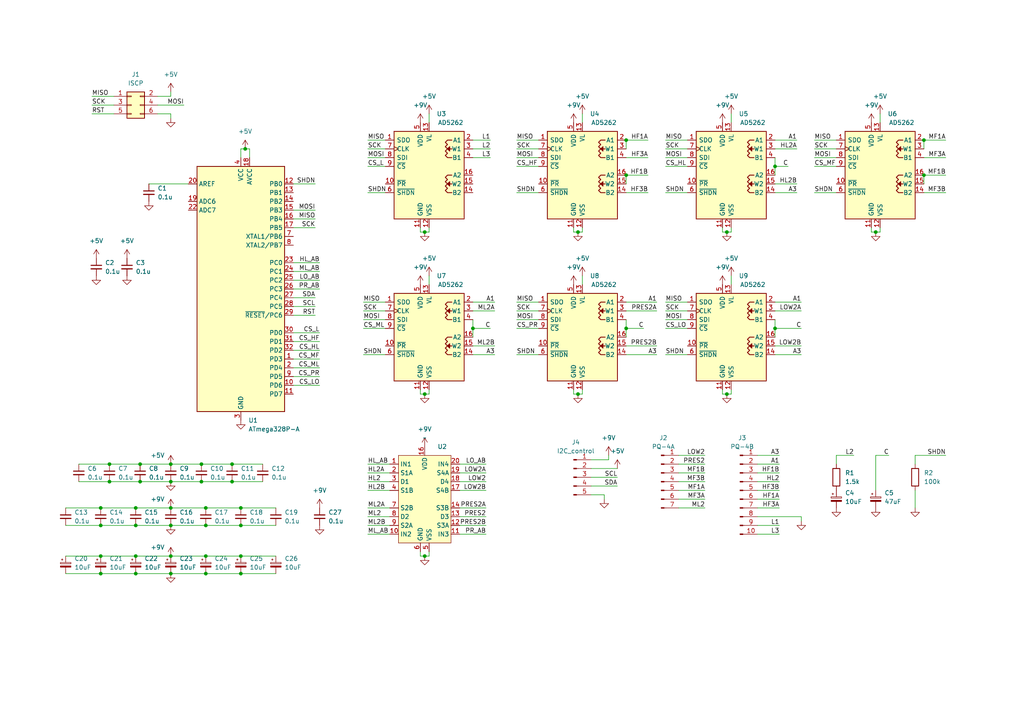
<source format=kicad_sch>
(kicad_sch (version 20230121) (generator eeschema)
  (paper "A4")
  (lib_symbols
    (symbol "Connector:Conn_01x05_Pin" (pin_names (offset 1.016) hide)
      (property "Reference" "J" (at 0 7.62 0))
      (property "Value" "Conn_01x05_Pin" (at 0 -7.62 0))
      (symbol "Conn_01x05_Pin_1_1"
        (polyline (pts (xy 1.27 -5.08) (xy 0.8636 -5.08)) (stroke (width 0.1524)))
        (polyline (pts (xy 1.27 -2.54) (xy 0.8636 -2.54)) (stroke (width 0.1524)))
        (polyline (pts (xy 1.27 0) (xy 0.8636 0)) (stroke (width 0.1524)))
        (polyline (pts (xy 1.27 2.54) (xy 0.8636 2.54)) (stroke (width 0.1524)))
        (polyline (pts (xy 1.27 5.08) (xy 0.8636 5.08)) (stroke (width 0.1524)))
        (rectangle (start 0.8636 -4.953) (end 0 -5.207) (stroke (width 0.1524)) (fill (type outline)))
        (rectangle (start 0.8636 -2.413) (end 0 -2.667) (stroke (width 0.1524)) (fill (type outline)))
        (rectangle (start 0.8636 0.127) (end 0 -0.127) (stroke (width 0.1524)) (fill (type outline)))
        (rectangle (start 0.8636 2.667) (end 0 2.413) (stroke (width 0.1524)) (fill (type outline)))
        (rectangle (start 0.8636 5.207) (end 0 4.953) (stroke (width 0.1524)) (fill (type outline)))
        (pin passive line (at 5.08 5.08 180) (length 3.81) (name "Pin_1") (number "1"))
        (pin passive line (at 5.08 2.54 180) (length 3.81) (name "Pin_2") (number "2"))
        (pin passive line (at 5.08 0 180) (length 3.81) (name "Pin_3") (number "3"))
        (pin passive line (at 5.08 -2.54 180) (length 3.81) (name "Pin_4") (number "4"))
        (pin passive line (at 5.08 -5.08 180) (length 3.81) (name "Pin_5") (number "5"))
      )
    )
    (symbol "Connector:Conn_01x07_Pin" (pin_names (offset 1.016) hide)
      (property "Reference" "J" (at 0 10.16 0))
      (property "Value" "Conn_01x07_Pin" (at 0 -10.16 0))
      (symbol "Conn_01x07_Pin_1_1"
        (polyline (pts (xy 1.27 -7.62) (xy 0.8636 -7.62)) (stroke (width 0.1524)))
        (polyline (pts (xy 1.27 -5.08) (xy 0.8636 -5.08)) (stroke (width 0.1524)))
        (polyline (pts (xy 1.27 -2.54) (xy 0.8636 -2.54)) (stroke (width 0.1524)))
        (polyline (pts (xy 1.27 0) (xy 0.8636 0)) (stroke (width 0.1524)))
        (polyline (pts (xy 1.27 2.54) (xy 0.8636 2.54)) (stroke (width 0.1524)))
        (polyline (pts (xy 1.27 5.08) (xy 0.8636 5.08)) (stroke (width 0.1524)))
        (polyline (pts (xy 1.27 7.62) (xy 0.8636 7.62)) (stroke (width 0.1524)))
        (rectangle (start 0.8636 -7.493) (end 0 -7.747) (stroke (width 0.1524)) (fill (type outline)))
        (rectangle (start 0.8636 -4.953) (end 0 -5.207) (stroke (width 0.1524)) (fill (type outline)))
        (rectangle (start 0.8636 -2.413) (end 0 -2.667) (stroke (width 0.1524)) (fill (type outline)))
        (rectangle (start 0.8636 0.127) (end 0 -0.127) (stroke (width 0.1524)) (fill (type outline)))
        (rectangle (start 0.8636 2.667) (end 0 2.413) (stroke (width 0.1524)) (fill (type outline)))
        (rectangle (start 0.8636 5.207) (end 0 4.953) (stroke (width 0.1524)) (fill (type outline)))
        (rectangle (start 0.8636 7.747) (end 0 7.493) (stroke (width 0.1524)) (fill (type outline)))
        (pin passive line (at 5.08 7.62 180) (length 3.81) (name "Pin_1") (number "1"))
        (pin passive line (at 5.08 5.08 180) (length 3.81) (name "Pin_2") (number "2"))
        (pin passive line (at 5.08 2.54 180) (length 3.81) (name "Pin_3") (number "3"))
        (pin passive line (at 5.08 0 180) (length 3.81) (name "Pin_4") (number "4"))
        (pin passive line (at 5.08 -2.54 180) (length 3.81) (name "Pin_5") (number "5"))
        (pin passive line (at 5.08 -5.08 180) (length 3.81) (name "Pin_6") (number "6"))
        (pin passive line (at 5.08 -7.62 180) (length 3.81) (name "Pin_7") (number "7"))
      )
    )
    (symbol "Connector:Conn_01x10_Pin" (pin_names (offset 1.016) hide)
      (property "Reference" "J" (at 0 12.7 0))
      (property "Value" "Conn_01x10_Pin" (at 0 -15.24 0))
      (symbol "Conn_01x10_Pin_1_1"
        (polyline (pts (xy 1.27 -12.7) (xy 0.8636 -12.7)) (stroke (width 0.1524)))
        (polyline (pts (xy 1.27 -10.16) (xy 0.8636 -10.16)) (stroke (width 0.1524)))
        (polyline (pts (xy 1.27 -7.62) (xy 0.8636 -7.62)) (stroke (width 0.1524)))
        (polyline (pts (xy 1.27 -5.08) (xy 0.8636 -5.08)) (stroke (width 0.1524)))
        (polyline (pts (xy 1.27 -2.54) (xy 0.8636 -2.54)) (stroke (width 0.1524)))
        (polyline (pts (xy 1.27 0) (xy 0.8636 0)) (stroke (width 0.1524)))
        (polyline (pts (xy 1.27 2.54) (xy 0.8636 2.54)) (stroke (width 0.1524)))
        (polyline (pts (xy 1.27 5.08) (xy 0.8636 5.08)) (stroke (width 0.1524)))
        (polyline (pts (xy 1.27 7.62) (xy 0.8636 7.62)) (stroke (width 0.1524)))
        (polyline (pts (xy 1.27 10.16) (xy 0.8636 10.16)) (stroke (width 0.1524)))
        (rectangle (start 0.8636 -12.573) (end 0 -12.827) (stroke (width 0.1524)) (fill (type outline)))
        (rectangle (start 0.8636 -10.033) (end 0 -10.287) (stroke (width 0.1524)) (fill (type outline)))
        (rectangle (start 0.8636 -7.493) (end 0 -7.747) (stroke (width 0.1524)) (fill (type outline)))
        (rectangle (start 0.8636 -4.953) (end 0 -5.207) (stroke (width 0.1524)) (fill (type outline)))
        (rectangle (start 0.8636 -2.413) (end 0 -2.667) (stroke (width 0.1524)) (fill (type outline)))
        (rectangle (start 0.8636 0.127) (end 0 -0.127) (stroke (width 0.1524)) (fill (type outline)))
        (rectangle (start 0.8636 2.667) (end 0 2.413) (stroke (width 0.1524)) (fill (type outline)))
        (rectangle (start 0.8636 5.207) (end 0 4.953) (stroke (width 0.1524)) (fill (type outline)))
        (rectangle (start 0.8636 7.747) (end 0 7.493) (stroke (width 0.1524)) (fill (type outline)))
        (rectangle (start 0.8636 10.287) (end 0 10.033) (stroke (width 0.1524)) (fill (type outline)))
        (pin passive line (at 5.08 10.16 180) (length 3.81) (name "Pin_1") (number "1"))
        (pin passive line (at 5.08 -12.7 180) (length 3.81) (name "Pin_10") (number "10"))
        (pin passive line (at 5.08 7.62 180) (length 3.81) (name "Pin_2") (number "2"))
        (pin passive line (at 5.08 5.08 180) (length 3.81) (name "Pin_3") (number "3"))
        (pin passive line (at 5.08 2.54 180) (length 3.81) (name "Pin_4") (number "4"))
        (pin passive line (at 5.08 0 180) (length 3.81) (name "Pin_5") (number "5"))
        (pin passive line (at 5.08 -2.54 180) (length 3.81) (name "Pin_6") (number "6"))
        (pin passive line (at 5.08 -5.08 180) (length 3.81) (name "Pin_7") (number "7"))
        (pin passive line (at 5.08 -7.62 180) (length 3.81) (name "Pin_8") (number "8"))
        (pin passive line (at 5.08 -10.16 180) (length 3.81) (name "Pin_9") (number "9"))
      )
    )
    (symbol "Connector_Generic:Conn_02x03_Odd_Even" (pin_names (offset 1.016) hide)
      (property "Reference" "J" (at 1.27 5.08 0))
      (property "Value" "Conn_02x03_Odd_Even" (at 1.27 -5.08 0))
      (symbol "Conn_02x03_Odd_Even_1_1"
        (rectangle (start -1.27 -2.413) (end 0 -2.667) (stroke (width 0.1524)))
        (rectangle (start -1.27 0.127) (end 0 -0.127) (stroke (width 0.1524)))
        (rectangle (start -1.27 2.667) (end 0 2.413) (stroke (width 0.1524)))
        (rectangle (start -1.27 3.81) (end 3.81 -3.81) (stroke (width 0.254)) (fill (type background)))
        (rectangle (start 3.81 -2.413) (end 2.54 -2.667) (stroke (width 0.1524)))
        (rectangle (start 3.81 0.127) (end 2.54 -0.127) (stroke (width 0.1524)))
        (rectangle (start 3.81 2.667) (end 2.54 2.413) (stroke (width 0.1524)))
        (pin passive line (at -5.08 2.54 0) (length 3.81) (name "Pin_1") (number "1"))
        (pin passive line (at 7.62 2.54 180) (length 3.81) (name "Pin_2") (number "2"))
        (pin passive line (at -5.08 0 0) (length 3.81) (name "Pin_3") (number "3"))
        (pin passive line (at 7.62 0 180) (length 3.81) (name "Pin_4") (number "4"))
        (pin passive line (at -5.08 -2.54 0) (length 3.81) (name "Pin_5") (number "5"))
        (pin passive line (at 7.62 -2.54 180) (length 3.81) (name "Pin_6") (number "6"))
      )
    )
    (symbol "Device:C_Polarized_Small" (pin_numbers hide) (pin_names (offset 0.254) hide)
      (property "Reference" "C" (at 0.254 1.778 0))
      (property "Value" "C_Polarized_Small" (at 0.254 -2.032 0))
      (symbol "C_Polarized_Small_0_1"
        (rectangle (start -1.524 -0.3048) (end 1.524 -0.6858) (fill (type outline)))
        (rectangle (start -1.524 0.6858) (end 1.524 0.3048))
        (polyline (pts (xy -1.27 1.524) (xy -0.762 1.524)))
        (polyline (pts (xy -1.016 1.27) (xy -1.016 1.778)))
      )
      (symbol "C_Polarized_Small_1_1"
        (pin passive line (at 0 2.54 270) (length 1.8542) (name "~") (number "1"))
        (pin passive line (at 0 -2.54 90) (length 1.8542) (name "~") (number "2"))
      )
    )
    (symbol "Device:C_Small" (pin_numbers hide) (pin_names (offset 0.254) hide)
      (property "Reference" "C" (at 0.254 1.778 0))
      (property "Value" "C_Small" (at 0.254 -2.032 0))
      (symbol "C_Small_0_1"
        (polyline (pts (xy -1.524 -0.508) (xy 1.524 -0.508)) (stroke (width 0.3302)))
        (polyline (pts (xy -1.524 0.508) (xy 1.524 0.508)) (stroke (width 0.3048)))
      )
      (symbol "C_Small_1_1"
        (pin passive line (at 0 2.54 270) (length 2.032) (name "~") (number "1"))
        (pin passive line (at 0 -2.54 90) (length 2.032) (name "~") (number "2"))
      )
    )
    (symbol "Device:R" (pin_numbers hide) (pin_names (offset 0))
      (property "Reference" "R" (at 2.032 0 90))
      (property "Value" "R" (at 0 0 90))
      (symbol "R_0_1"
        (rectangle (start -1.016 -2.54) (end 1.016 2.54) (stroke (width 0.254)))
      )
      (symbol "R_1_1"
        (pin passive line (at 0 3.81 270) (length 1.27) (name "~") (number "1"))
        (pin passive line (at 0 -3.81 90) (length 1.27) (name "~") (number "2"))
      )
    )
    (symbol "MCU_Microchip_ATmega:ATmega328P-A"
      (property "Reference" "U" (at -12.7 36.83 0))
      (property "Value" "ATmega328P-A" (at 2.54 -36.83 0))
      (symbol "ATmega328P-A_0_1"
        (rectangle (start -12.7 -35.56) (end 12.7 35.56) (stroke (width 0.254)) (fill (type background)))
      )
      (symbol "ATmega328P-A_1_1"
        (pin bidirectional line (at 15.24 -20.32 180) (length 2.54) (name "PD3") (number "1"))
        (pin bidirectional line (at 15.24 -27.94 180) (length 2.54) (name "PD6") (number "10"))
        (pin bidirectional line (at 15.24 -30.48 180) (length 2.54) (name "PD7") (number "11"))
        (pin bidirectional line (at 15.24 30.48 180) (length 2.54) (name "PB0") (number "12"))
        (pin bidirectional line (at 15.24 27.94 180) (length 2.54) (name "PB1") (number "13"))
        (pin bidirectional line (at 15.24 25.4 180) (length 2.54) (name "PB2") (number "14"))
        (pin bidirectional line (at 15.24 22.86 180) (length 2.54) (name "PB3") (number "15"))
        (pin bidirectional line (at 15.24 20.32 180) (length 2.54) (name "PB4") (number "16"))
        (pin bidirectional line (at 15.24 17.78 180) (length 2.54) (name "PB5") (number "17"))
        (pin power_in line (at 2.54 38.1 270) (length 2.54) (name "AVCC") (number "18"))
        (pin input line (at -15.24 25.4 0) (length 2.54) (name "ADC6") (number "19"))
        (pin bidirectional line (at 15.24 -22.86 180) (length 2.54) (name "PD4") (number "2"))
        (pin passive line (at -15.24 30.48 0) (length 2.54) (name "AREF") (number "20"))
        (pin passive line (at 0 -38.1 90) (length 2.54) hide (name "GND") (number "21"))
        (pin input line (at -15.24 22.86 0) (length 2.54) (name "ADC7") (number "22"))
        (pin bidirectional line (at 15.24 7.62 180) (length 2.54) (name "PC0") (number "23"))
        (pin bidirectional line (at 15.24 5.08 180) (length 2.54) (name "PC1") (number "24"))
        (pin bidirectional line (at 15.24 2.54 180) (length 2.54) (name "PC2") (number "25"))
        (pin bidirectional line (at 15.24 0 180) (length 2.54) (name "PC3") (number "26"))
        (pin bidirectional line (at 15.24 -2.54 180) (length 2.54) (name "PC4") (number "27"))
        (pin bidirectional line (at 15.24 -5.08 180) (length 2.54) (name "PC5") (number "28"))
        (pin bidirectional line (at 15.24 -7.62 180) (length 2.54) (name "~{RESET}/PC6") (number "29"))
        (pin power_in line (at 0 -38.1 90) (length 2.54) (name "GND") (number "3"))
        (pin bidirectional line (at 15.24 -12.7 180) (length 2.54) (name "PD0") (number "30"))
        (pin bidirectional line (at 15.24 -15.24 180) (length 2.54) (name "PD1") (number "31"))
        (pin bidirectional line (at 15.24 -17.78 180) (length 2.54) (name "PD2") (number "32"))
        (pin power_in line (at 0 38.1 270) (length 2.54) (name "VCC") (number "4"))
        (pin passive line (at 0 -38.1 90) (length 2.54) hide (name "GND") (number "5"))
        (pin passive line (at 0 38.1 270) (length 2.54) hide (name "VCC") (number "6"))
        (pin bidirectional line (at 15.24 15.24 180) (length 2.54) (name "XTAL1/PB6") (number "7"))
        (pin bidirectional line (at 15.24 12.7 180) (length 2.54) (name "XTAL2/PB7") (number "8"))
        (pin bidirectional line (at 15.24 -25.4 180) (length 2.54) (name "PD5") (number "9"))
      )
    )
    (symbol "ad5262:AD5262" (pin_names (offset 0.762))
      (property "Reference" "U" (at -10.414 13.97 0))
      (property "Value" "AD5262" (at 0.762 13.97 0))
      (symbol "AD5262_0_1"
        (rectangle (start -10.16 12.7) (end 10.16 -12.7) (stroke (width 0.254)) (fill (type background)))
        (polyline (pts (xy 6.604 -2.54) (xy 5.334 -2.54) (xy 5.969 -1.905) (xy 5.969 -3.175) (xy 5.334 -2.54)) (stroke (width 0.254)) (fill (type outline)))
        (polyline (pts (xy 6.604 7.62) (xy 5.334 7.62) (xy 5.969 8.255) (xy 5.969 7.62) (xy 5.969 6.985) (xy 5.334 7.62)) (stroke (width 0.254)) (fill (type outline)))
        (polyline (pts (xy 6.604 0) (xy 5.334 0) (xy 4.699 -0.635) (xy 5.334 -1.27) (xy 4.699 -1.905) (xy 5.334 -2.54) (xy 4.699 -3.175) (xy 5.334 -3.81) (xy 4.699 -4.445) (xy 5.334 -5.08) (xy 6.604 -5.08)) (stroke (width 0.254)))
        (polyline (pts (xy 6.604 10.16) (xy 5.334 10.16) (xy 4.699 9.525) (xy 5.334 8.89) (xy 4.699 8.255) (xy 5.334 7.62) (xy 4.699 6.985) (xy 5.334 6.35) (xy 4.699 5.715) (xy 5.334 5.08) (xy 6.604 5.08)) (stroke (width 0.254)))
      )
      (symbol "AD5262_1_1"
        (pin output line (at -12.7 10.16 0) (length 2.54) (name "SDO") (number "1"))
        (pin input line (at -12.7 -2.54 0) (length 2.54) (name "~{PR}") (number "10"))
        (pin power_in line (at -2.54 -15.24 90) (length 2.54) (name "GND") (number "11"))
        (pin power_in line (at 0 -15.24 90) (length 2.54) (name "VSS") (number "12"))
        (pin power_in line (at 0 15.24 270) (length 2.54) (name "VL") (number "13"))
        (pin passive line (at 12.7 -5.08 180) (length 2.54) (name "B2") (number "14"))
        (pin passive line (at 12.7 -2.54 180) (length 2.54) (name "W2") (number "15"))
        (pin passive line (at 12.7 0 180) (length 2.54) (name "A2") (number "16"))
        (pin passive line (at 12.7 10.16 180) (length 2.54) (name "A1") (number "2"))
        (pin passive line (at 12.7 7.62 180) (length 2.54) (name "W1") (number "3"))
        (pin passive line (at 12.7 5.08 180) (length 2.54) (name "B1") (number "4"))
        (pin power_in line (at -2.54 15.24 270) (length 2.54) (name "VDD") (number "5"))
        (pin input line (at -12.7 -5.08 0) (length 2.54) (name "~{SHDN}") (number "6"))
        (pin input clock (at -12.7 7.62 0) (length 2.54) (name "CLK") (number "7"))
        (pin input line (at -12.7 5.08 0) (length 2.54) (name "SDI") (number "8"))
        (pin input line (at -12.7 2.54 0) (length 2.54) (name "~{CS}") (number "9"))
      )
    )
    (symbol "adg1634:ADG1634"
      (property "Reference" "U" (at 3.81 -2.54 0))
      (symbol "ADG1634_1_1"
        (rectangle (start -7.62 -5.08) (end 7.62 -30.48) (fill (type background)))
        (pin input line (at -10.16 -7.62 0) (length 2.54) (name "IN1") (number "1"))
        (pin input line (at -10.16 -27.94 0) (length 2.54) (name "IN2") (number "10"))
        (pin input line (at 10.16 -27.94 180) (length 2.54) (name "IN3") (number "11"))
        (pin bidirectional line (at 10.16 -25.4 180) (length 2.54) (name "S3A") (number "12"))
        (pin bidirectional line (at 10.16 -22.86 180) (length 2.54) (name "D3") (number "13"))
        (pin bidirectional line (at 10.16 -20.32 180) (length 2.54) (name "S3B") (number "14"))
        (pin power_in line (at 0 -2.54 270) (length 2.54) (name "VDD") (number "16"))
        (pin bidirectional line (at 10.16 -15.24 180) (length 2.54) (name "S4B") (number "17"))
        (pin bidirectional line (at 10.16 -12.7 180) (length 2.54) (name "D4") (number "18"))
        (pin bidirectional line (at 10.16 -10.16 180) (length 2.54) (name "S4A") (number "19"))
        (pin bidirectional line (at -10.16 -10.16 0) (length 2.54) (name "S1A") (number "2"))
        (pin input line (at 10.16 -7.62 180) (length 2.54) (name "IN4") (number "20"))
        (pin bidirectional line (at -10.16 -12.7 0) (length 2.54) (name "D1") (number "3"))
        (pin bidirectional line (at -10.16 -15.24 0) (length 2.54) (name "S1B") (number "4"))
        (pin power_in line (at 1.27 -33.02 90) (length 2.54) (name "VSS") (number "5"))
        (pin power_out line (at -1.27 -33.02 90) (length 2.54) (name "GND") (number "6"))
        (pin bidirectional line (at -10.16 -20.32 0) (length 2.54) (name "S2B") (number "7"))
        (pin bidirectional line (at -10.16 -22.86 0) (length 2.54) (name "D2") (number "8"))
        (pin bidirectional line (at -10.16 -25.4 0) (length 2.54) (name "S2A") (number "9"))
      )
    )
    (symbol "power:+5V" (power) (pin_names (offset 0))
      (property "Value" "+5V" (at 0 3.556 0))
      (symbol "+5V_0_1"
        (polyline (pts (xy -0.762 1.27) (xy 0 2.54)))
        (polyline (pts (xy 0 0) (xy 0 2.54)))
        (polyline (pts (xy 0 2.54) (xy 0.762 1.27)))
      )
      (symbol "+5V_1_1"
        (pin power_in line (at 0 0 90) (length 0) hide (name "+5V") (number "1"))
      )
    )
    (symbol "power:+9V" (power) (pin_names (offset 0))
      (property "Value" "+9V" (at 0 3.556 0))
      (symbol "+9V_0_1"
        (polyline (pts (xy -0.762 1.27) (xy 0 2.54)))
        (polyline (pts (xy 0 0) (xy 0 2.54)))
        (polyline (pts (xy 0 2.54) (xy 0.762 1.27)))
      )
      (symbol "+9V_1_1"
        (pin power_in line (at 0 0 90) (length 0) hide (name "+9V") (number "1"))
      )
    )
    (symbol "power:GND" (power) (pin_names (offset 0))
      (property "Value" "GND" (at 0 -3.81 0))
      (symbol "GND_0_1"
        (polyline (pts (xy 0 0) (xy 0 -1.27) (xy 1.27 -1.27) (xy 0 -2.54) (xy -1.27 -1.27) (xy 0 -1.27)))
      )
      (symbol "GND_1_1"
        (pin power_in line (at 0 0 270) (length 0) hide (name "GND") (number "1"))
      )
    )
  )
  (junction (at 69.85 166.37))
  (junction (at 254 67.31))
  (junction (at 49.53 152.4))
  (junction (at 39.37 152.4))
  (junction (at 71.12 43.18))
  (junction (at 39.37 147.32))
  (junction (at 67.31 139.7))
  (junction (at 49.53 147.32))
  (junction (at 267.97 40.64))
  (junction (at 69.85 152.4))
  (junction (at 31.75 134.62))
  (junction (at 31.75 139.7))
  (junction (at 210.82 114.3))
  (junction (at 40.64 139.7))
  (junction (at 39.37 161.29))
  (junction (at 29.21 161.29))
  (junction (at 123.19 114.3))
  (junction (at 224.79 95.25))
  (junction (at 39.37 166.37))
  (junction (at 59.69 147.32))
  (junction (at 29.21 152.4))
  (junction (at 59.69 166.37))
  (junction (at 59.69 161.29))
  (junction (at 181.61 50.8))
  (junction (at 69.85 161.29))
  (junction (at 181.61 95.25))
  (junction (at 210.82 67.31))
  (junction (at 49.53 166.37))
  (junction (at 123.19 161.29))
  (junction (at 59.69 152.4))
  (junction (at 167.64 114.3))
  (junction (at 29.21 147.32))
  (junction (at 58.42 139.7))
  (junction (at 49.53 139.7))
  (junction (at 40.64 134.62))
  (junction (at 29.21 166.37))
  (junction (at 181.61 40.64))
  (junction (at 224.79 48.26))
  (junction (at 49.53 134.62))
  (junction (at 167.64 67.31))
  (junction (at 58.42 134.62))
  (junction (at 49.53 161.29))
  (junction (at 137.16 95.25))
  (junction (at 267.97 50.8))
  (junction (at 67.31 134.62))
  (junction (at 123.19 67.31))
  (junction (at 69.85 147.32))
  (wire (pts (xy 254 132.08) (xy 257.81 132.08)))
  (wire (pts (xy 193.04 90.17) (xy 199.39 90.17)))
  (wire (pts (xy 149.86 90.17) (xy 156.21 90.17)))
  (wire (pts (xy 196.85 144.78) (xy 204.47 144.78)))
  (wire (pts (xy 219.71 132.08) (xy 226.06 132.08)))
  (wire (pts (xy 149.86 55.88) (xy 156.21 55.88)))
  (wire (pts (xy 85.09 81.28) (xy 92.71 81.28)))
  (wire (pts (xy 175.26 143.51) (xy 175.26 144.78)))
  (wire (pts (xy 267.97 45.72) (xy 274.32 45.72)))
  (wire (pts (xy 168.91 114.3) (xy 167.64 114.3)))
  (wire (pts (xy 166.37 114.3) (xy 167.64 114.3)))
  (wire (pts (xy 19.05 166.37) (xy 29.21 166.37)))
  (wire (pts (xy 242.57 134.62) (xy 242.57 132.08)))
  (wire (pts (xy 181.61 102.87) (xy 190.5 102.87)))
  (wire (pts (xy 85.09 63.5) (xy 91.44 63.5)))
  (wire (pts (xy 106.68 137.16) (xy 113.03 137.16)))
  (wire (pts (xy 236.22 48.26) (xy 242.57 48.26)))
  (wire (pts (xy 224.79 95.25) (xy 224.79 97.79)))
  (wire (pts (xy 121.92 114.3) (xy 123.19 114.3)))
  (wire (pts (xy 176.53 133.35) (xy 176.53 132.08)))
  (wire (pts (xy 85.09 76.2) (xy 92.71 76.2)))
  (wire (pts (xy 181.61 92.71) (xy 181.61 95.25)))
  (wire (pts (xy 252.73 67.31) (xy 254 67.31)))
  (wire (pts (xy 29.21 161.29) (xy 39.37 161.29)))
  (wire (pts (xy 137.16 40.64) (xy 142.24 40.64)))
  (wire (pts (xy 193.04 43.18) (xy 199.39 43.18)))
  (wire (pts (xy 121.92 161.29) (xy 123.19 161.29)))
  (wire (pts (xy 85.09 101.6) (xy 92.71 101.6)))
  (wire (pts (xy 105.41 92.71) (xy 111.76 92.71)))
  (wire (pts (xy 58.42 134.62) (xy 67.31 134.62)))
  (wire (pts (xy 219.71 147.32) (xy 226.06 147.32)))
  (wire (pts (xy 49.53 166.37) (xy 59.69 166.37)))
  (wire (pts (xy 22.86 134.62) (xy 31.75 134.62)))
  (wire (pts (xy 193.04 40.64) (xy 199.39 40.64)))
  (wire (pts (xy 181.61 95.25) (xy 186.69 95.25)))
  (wire (pts (xy 69.85 43.18) (xy 71.12 43.18)))
  (wire (pts (xy 149.86 92.71) (xy 156.21 92.71)))
  (wire (pts (xy 224.79 55.88) (xy 231.14 55.88)))
  (wire (pts (xy 267.97 55.88) (xy 274.32 55.88)))
  (wire (pts (xy 133.35 134.62) (xy 140.97 134.62)))
  (wire (pts (xy 49.53 147.32) (xy 59.69 147.32)))
  (wire (pts (xy 59.69 166.37) (xy 69.85 166.37)))
  (wire (pts (xy 137.16 92.71) (xy 137.16 95.25)))
  (wire (pts (xy 137.16 102.87) (xy 143.51 102.87)))
  (wire (pts (xy 133.35 137.16) (xy 140.97 137.16)))
  (wire (pts (xy 124.46 161.29) (xy 123.19 161.29)))
  (wire (pts (xy 121.92 113.03) (xy 121.92 114.3)))
  (wire (pts (xy 236.22 45.72) (xy 242.57 45.72)))
  (wire (pts (xy 224.79 43.18) (xy 231.14 43.18)))
  (wire (pts (xy 236.22 43.18) (xy 242.57 43.18)))
  (wire (pts (xy 124.46 160.02) (xy 124.46 161.29)))
  (wire (pts (xy 85.09 99.06) (xy 92.71 99.06)))
  (wire (pts (xy 39.37 161.29) (xy 49.53 161.29)))
  (wire (pts (xy 106.68 43.18) (xy 111.76 43.18)))
  (wire (pts (xy 193.04 45.72) (xy 199.39 45.72)))
  (wire (pts (xy 224.79 92.71) (xy 224.79 95.25)))
  (wire (pts (xy 59.69 152.4) (xy 69.85 152.4)))
  (wire (pts (xy 106.68 147.32) (xy 113.03 147.32)))
  (wire (pts (xy 59.69 161.29) (xy 69.85 161.29)))
  (wire (pts (xy 85.09 96.52) (xy 92.71 96.52)))
  (wire (pts (xy 133.35 154.94) (xy 140.97 154.94)))
  (wire (pts (xy 106.68 152.4) (xy 113.03 152.4)))
  (wire (pts (xy 31.75 134.62) (xy 40.64 134.62)))
  (wire (pts (xy 212.09 113.03) (xy 212.09 114.3)))
  (wire (pts (xy 224.79 102.87) (xy 232.41 102.87)))
  (wire (pts (xy 212.09 66.04) (xy 212.09 67.31)))
  (wire (pts (xy 39.37 166.37) (xy 49.53 166.37)))
  (wire (pts (xy 224.79 45.72) (xy 224.79 48.26)))
  (wire (pts (xy 43.18 53.34) (xy 54.61 53.34)))
  (wire (pts (xy 149.86 87.63) (xy 156.21 87.63)))
  (wire (pts (xy 85.09 106.68) (xy 92.71 106.68)))
  (wire (pts (xy 209.55 114.3) (xy 210.82 114.3)))
  (wire (pts (xy 105.41 90.17) (xy 111.76 90.17)))
  (wire (pts (xy 58.42 139.7) (xy 67.31 139.7)))
  (wire (pts (xy 106.68 142.24) (xy 113.03 142.24)))
  (wire (pts (xy 85.09 104.14) (xy 92.71 104.14)))
  (wire (pts (xy 224.79 95.25) (xy 232.41 95.25)))
  (wire (pts (xy 209.55 66.04) (xy 209.55 67.31)))
  (wire (pts (xy 45.72 30.48) (xy 53.34 30.48)))
  (wire (pts (xy 85.09 78.74) (xy 92.71 78.74)))
  (wire (pts (xy 196.85 139.7) (xy 204.47 139.7)))
  (wire (pts (xy 19.05 161.29) (xy 29.21 161.29)))
  (wire (pts (xy 242.57 132.08) (xy 247.65 132.08)))
  (wire (pts (xy 124.46 114.3) (xy 123.19 114.3)))
  (wire (pts (xy 29.21 166.37) (xy 39.37 166.37)))
  (wire (pts (xy 31.75 139.7) (xy 40.64 139.7)))
  (wire (pts (xy 105.41 87.63) (xy 111.76 87.63)))
  (wire (pts (xy 26.67 30.48) (xy 33.02 30.48)))
  (wire (pts (xy 106.68 55.88) (xy 111.76 55.88)))
  (wire (pts (xy 45.72 33.02) (xy 49.53 33.02)))
  (wire (pts (xy 39.37 147.32) (xy 49.53 147.32)))
  (wire (pts (xy 181.61 50.8) (xy 187.96 50.8)))
  (wire (pts (xy 193.04 102.87) (xy 199.39 102.87)))
  (wire (pts (xy 265.43 132.08) (xy 274.32 132.08)))
  (wire (pts (xy 105.41 102.87) (xy 111.76 102.87)))
  (wire (pts (xy 39.37 152.4) (xy 49.53 152.4)))
  (wire (pts (xy 232.41 149.86) (xy 232.41 151.13)))
  (wire (pts (xy 196.85 147.32) (xy 204.47 147.32)))
  (wire (pts (xy 224.79 87.63) (xy 232.41 87.63)))
  (wire (pts (xy 168.91 113.03) (xy 168.91 114.3)))
  (wire (pts (xy 69.85 152.4) (xy 80.01 152.4)))
  (wire (pts (xy 193.04 87.63) (xy 199.39 87.63)))
  (wire (pts (xy 254 142.24) (xy 254 132.08)))
  (wire (pts (xy 137.16 87.63) (xy 143.51 87.63)))
  (wire (pts (xy 196.85 132.08) (xy 204.47 132.08)))
  (wire (pts (xy 133.35 142.24) (xy 140.97 142.24)))
  (wire (pts (xy 85.09 60.96) (xy 91.44 60.96)))
  (wire (pts (xy 19.05 147.32) (xy 29.21 147.32)))
  (wire (pts (xy 224.79 53.34) (xy 231.14 53.34)))
  (wire (pts (xy 85.09 86.36) (xy 91.44 86.36)))
  (wire (pts (xy 255.27 67.31) (xy 254 67.31)))
  (wire (pts (xy 149.86 48.26) (xy 156.21 48.26)))
  (wire (pts (xy 49.53 27.94) (xy 49.53 26.67)))
  (wire (pts (xy 267.97 50.8) (xy 274.32 50.8)))
  (wire (pts (xy 124.46 113.03) (xy 124.46 114.3)))
  (wire (pts (xy 236.22 40.64) (xy 242.57 40.64)))
  (wire (pts (xy 181.61 100.33) (xy 190.5 100.33)))
  (wire (pts (xy 212.09 33.02) (xy 212.09 35.56)))
  (wire (pts (xy 166.37 113.03) (xy 166.37 114.3)))
  (wire (pts (xy 149.86 102.87) (xy 156.21 102.87)))
  (wire (pts (xy 252.73 66.04) (xy 252.73 67.31)))
  (wire (pts (xy 255.27 33.02) (xy 255.27 35.56)))
  (wire (pts (xy 26.67 27.94) (xy 33.02 27.94)))
  (wire (pts (xy 85.09 53.34) (xy 91.44 53.34)))
  (wire (pts (xy 59.69 147.32) (xy 69.85 147.32)))
  (wire (pts (xy 166.37 66.04) (xy 166.37 67.31)))
  (wire (pts (xy 49.53 33.02) (xy 49.53 34.29)))
  (wire (pts (xy 124.46 80.01) (xy 124.46 82.55)))
  (wire (pts (xy 265.43 142.24) (xy 265.43 147.32)))
  (wire (pts (xy 137.16 43.18) (xy 142.24 43.18)))
  (wire (pts (xy 193.04 95.25) (xy 199.39 95.25)))
  (wire (pts (xy 224.79 48.26) (xy 224.79 50.8)))
  (wire (pts (xy 69.85 147.32) (xy 80.01 147.32)))
  (wire (pts (xy 49.53 134.62) (xy 58.42 134.62)))
  (wire (pts (xy 196.85 142.24) (xy 204.47 142.24)))
  (wire (pts (xy 181.61 95.25) (xy 181.61 97.79)))
  (wire (pts (xy 106.68 134.62) (xy 113.03 134.62)))
  (wire (pts (xy 133.35 149.86) (xy 140.97 149.86)))
  (wire (pts (xy 40.64 134.62) (xy 49.53 134.62)))
  (wire (pts (xy 171.45 140.97) (xy 179.07 140.97)))
  (wire (pts (xy 196.85 134.62) (xy 204.47 134.62)))
  (wire (pts (xy 69.85 45.72) (xy 69.85 43.18)))
  (wire (pts (xy 171.45 143.51) (xy 175.26 143.51)))
  (wire (pts (xy 121.92 160.02) (xy 121.92 161.29)))
  (wire (pts (xy 212.09 80.01) (xy 212.09 82.55)))
  (wire (pts (xy 219.71 137.16) (xy 226.06 137.16)))
  (wire (pts (xy 149.86 45.72) (xy 156.21 45.72)))
  (wire (pts (xy 85.09 66.04) (xy 91.44 66.04)))
  (wire (pts (xy 85.09 88.9) (xy 91.44 88.9)))
  (wire (pts (xy 212.09 114.3) (xy 210.82 114.3)))
  (wire (pts (xy 137.16 100.33) (xy 143.51 100.33)))
  (wire (pts (xy 85.09 91.44) (xy 91.44 91.44)))
  (wire (pts (xy 267.97 50.8) (xy 267.97 53.34)))
  (wire (pts (xy 193.04 92.71) (xy 199.39 92.71)))
  (wire (pts (xy 45.72 27.94) (xy 49.53 27.94)))
  (wire (pts (xy 219.71 152.4) (xy 226.06 152.4)))
  (wire (pts (xy 193.04 48.26) (xy 199.39 48.26)))
  (wire (pts (xy 181.61 40.64) (xy 187.96 40.64)))
  (wire (pts (xy 224.79 100.33) (xy 232.41 100.33)))
  (wire (pts (xy 133.35 152.4) (xy 140.97 152.4)))
  (wire (pts (xy 219.71 144.78) (xy 226.06 144.78)))
  (wire (pts (xy 181.61 87.63) (xy 190.5 87.63)))
  (wire (pts (xy 49.53 139.7) (xy 58.42 139.7)))
  (wire (pts (xy 181.61 50.8) (xy 181.61 53.34)))
  (wire (pts (xy 69.85 161.29) (xy 80.01 161.29)))
  (wire (pts (xy 29.21 147.32) (xy 39.37 147.32)))
  (wire (pts (xy 124.46 66.04) (xy 124.46 67.31)))
  (wire (pts (xy 209.55 67.31) (xy 210.82 67.31)))
  (wire (pts (xy 124.46 33.02) (xy 124.46 35.56)))
  (wire (pts (xy 106.68 40.64) (xy 111.76 40.64)))
  (wire (pts (xy 19.05 152.4) (xy 29.21 152.4)))
  (wire (pts (xy 171.45 135.89) (xy 179.07 135.89)))
  (wire (pts (xy 85.09 111.76) (xy 92.71 111.76)))
  (wire (pts (xy 168.91 80.01) (xy 168.91 82.55)))
  (wire (pts (xy 166.37 67.31) (xy 167.64 67.31)))
  (wire (pts (xy 219.71 142.24) (xy 226.06 142.24)))
  (wire (pts (xy 236.22 55.88) (xy 242.57 55.88)))
  (wire (pts (xy 137.16 90.17) (xy 143.51 90.17)))
  (wire (pts (xy 224.79 48.26) (xy 228.6 48.26)))
  (wire (pts (xy 219.71 139.7) (xy 226.06 139.7)))
  (wire (pts (xy 137.16 95.25) (xy 137.16 97.79)))
  (wire (pts (xy 137.16 45.72) (xy 142.24 45.72)))
  (wire (pts (xy 106.68 45.72) (xy 111.76 45.72)))
  (wire (pts (xy 149.86 95.25) (xy 156.21 95.25)))
  (wire (pts (xy 219.71 154.94) (xy 226.06 154.94)))
  (wire (pts (xy 22.86 139.7) (xy 31.75 139.7)))
  (wire (pts (xy 49.53 152.4) (xy 59.69 152.4)))
  (wire (pts (xy 181.61 55.88) (xy 187.96 55.88)))
  (wire (pts (xy 181.61 45.72) (xy 187.96 45.72)))
  (wire (pts (xy 168.91 33.02) (xy 168.91 35.56)))
  (wire (pts (xy 49.53 161.29) (xy 59.69 161.29)))
  (wire (pts (xy 121.92 66.04) (xy 121.92 67.31)))
  (wire (pts (xy 149.86 43.18) (xy 156.21 43.18)))
  (wire (pts (xy 224.79 90.17) (xy 232.41 90.17)))
  (wire (pts (xy 168.91 67.31) (xy 167.64 67.31)))
  (wire (pts (xy 193.04 55.88) (xy 199.39 55.88)))
  (wire (pts (xy 181.61 90.17) (xy 190.5 90.17)))
  (wire (pts (xy 67.31 134.62) (xy 76.2 134.62)))
  (wire (pts (xy 133.35 139.7) (xy 140.97 139.7)))
  (wire (pts (xy 85.09 109.22) (xy 92.71 109.22)))
  (wire (pts (xy 133.35 147.32) (xy 140.97 147.32)))
  (wire (pts (xy 149.86 40.64) (xy 156.21 40.64)))
  (wire (pts (xy 40.64 139.7) (xy 49.53 139.7)))
  (wire (pts (xy 267.97 40.64) (xy 267.97 43.18)))
  (wire (pts (xy 85.09 83.82) (xy 92.71 83.82)))
  (wire (pts (xy 219.71 134.62) (xy 226.06 134.62)))
  (wire (pts (xy 106.68 139.7) (xy 113.03 139.7)))
  (wire (pts (xy 67.31 139.7) (xy 76.2 139.7)))
  (wire (pts (xy 26.67 33.02) (xy 33.02 33.02)))
  (wire (pts (xy 209.55 113.03) (xy 209.55 114.3)))
  (wire (pts (xy 106.68 154.94) (xy 113.03 154.94)))
  (wire (pts (xy 121.92 67.31) (xy 123.19 67.31)))
  (wire (pts (xy 224.79 40.64) (xy 231.14 40.64)))
  (wire (pts (xy 69.85 166.37) (xy 80.01 166.37)))
  (wire (pts (xy 196.85 137.16) (xy 204.47 137.16)))
  (wire (pts (xy 106.68 48.26) (xy 111.76 48.26)))
  (wire (pts (xy 219.71 149.86) (xy 232.41 149.86)))
  (wire (pts (xy 29.21 152.4) (xy 39.37 152.4)))
  (wire (pts (xy 181.61 40.64) (xy 181.61 43.18)))
  (wire (pts (xy 137.16 95.25) (xy 142.24 95.25)))
  (wire (pts (xy 124.46 67.31) (xy 123.19 67.31)))
  (wire (pts (xy 267.97 40.64) (xy 274.32 40.64)))
  (wire (pts (xy 255.27 66.04) (xy 255.27 67.31)))
  (wire (pts (xy 168.91 66.04) (xy 168.91 67.31)))
  (wire (pts (xy 106.68 149.86) (xy 113.03 149.86)))
  (wire (pts (xy 171.45 133.35) (xy 176.53 133.35)))
  (wire (pts (xy 212.09 67.31) (xy 210.82 67.31)))
  (wire (pts (xy 72.39 43.18) (xy 71.12 43.18)))
  (wire (pts (xy 72.39 45.72) (xy 72.39 43.18)))
  (wire (pts (xy 171.45 138.43) (xy 179.07 138.43)))
  (wire (pts (xy 265.43 134.62) (xy 265.43 132.08)))
  (wire (pts (xy 105.41 95.25) (xy 111.76 95.25)))
  (label "HL2A" (at 106.68 137.16 0))
  (label "ML2" (at 204.47 147.32 180))
  (label "L2" (at 247.65 132.08 180))
  (label "C" (at 257.81 132.08 180))
  (label "CS_L" (at 106.68 48.26 0))
  (label "MOSI" (at 106.68 45.72 0))
  (label "LOW2B" (at 232.41 100.33 180))
  (label "A3" (at 231.14 55.88 180))
  (label "MISO" (at 149.86 87.63 0))
  (label "MF3B" (at 274.32 55.88 180))
  (label "C" (at 232.41 95.25 180))
  (label "L1" (at 142.24 40.64 180))
  (label "PRES2" (at 204.47 134.62 180))
  (label "SCK" (at 236.22 43.18 0))
  (label "MISO" (at 193.04 40.64 0))
  (label "CS_ML" (at 92.71 106.68 180))
  (label "SCL" (at 91.44 88.9 180))
  (label "MISO" (at 106.68 40.64 0))
  (label "ML2A" (at 143.51 90.17 180))
  (label "MOSI" (at 236.22 45.72 0))
  (label "HF3A" (at 226.06 147.32 180))
  (label "ML2B" (at 106.68 152.4 0))
  (label "SHDN" (at 91.44 53.34 180))
  (label "MISO" (at 105.41 87.63 0))
  (label "PR_AB" (at 140.97 154.94 180))
  (label "HL_AB" (at 92.71 76.2 180))
  (label "CS_PR" (at 92.71 109.22 180))
  (label "SCK" (at 91.44 66.04 180))
  (label "HL2A" (at 231.14 43.18 180))
  (label "ML2B" (at 143.51 100.33 180))
  (label "A1" (at 231.14 40.64 180))
  (label "LOW2A" (at 140.97 137.16 180))
  (label "A1" (at 190.5 87.63 180))
  (label "SDA" (at 91.44 86.36 180))
  (label "SHDN" (at 236.22 55.88 0))
  (label "A1" (at 232.41 87.63 180))
  (label "MF3A" (at 204.47 144.78 180))
  (label "C" (at 228.6 48.26 180))
  (label "CS_L" (at 92.71 96.52 180))
  (label "A3" (at 190.5 102.87 180))
  (label "ML2" (at 106.68 149.86 0))
  (label "L1" (at 226.06 152.4 180))
  (label "L3" (at 142.24 45.72 180))
  (label "A1" (at 226.06 134.62 180))
  (label "CS_MF" (at 236.22 48.26 0))
  (label "SHDN" (at 149.86 55.88 0))
  (label "CS_LO" (at 193.04 95.25 0))
  (label "PRES2" (at 140.97 149.86 180))
  (label "ML_AB" (at 92.71 78.74 180))
  (label "RST" (at 26.67 33.02 0))
  (label "LOW2B" (at 140.97 142.24 180))
  (label "LO_AB" (at 92.71 81.28 180))
  (label "MF1B" (at 274.32 50.8 180))
  (label "C" (at 186.69 95.25 180))
  (label "CS_HL" (at 92.71 101.6 180))
  (label "SHDN" (at 105.41 102.87 0))
  (label "LO_AB" (at 140.97 134.62 180))
  (label "CS_PR" (at 149.86 95.25 0))
  (label "MOSI" (at 149.86 92.71 0))
  (label "PRES2B" (at 140.97 152.4 180))
  (label "HF1B" (at 226.06 137.16 180))
  (label "SCK" (at 193.04 43.18 0))
  (label "CS_HF" (at 92.71 99.06 180))
  (label "HL_AB" (at 106.68 134.62 0))
  (label "A3" (at 226.06 132.08 180))
  (label "SCK" (at 26.67 30.48 0))
  (label "HF3A" (at 187.96 45.72 180))
  (label "C" (at 142.24 95.25 180))
  (label "PRES2A" (at 140.97 147.32 180))
  (label "L3" (at 226.06 154.94 180))
  (label "MF3B" (at 204.47 139.7 180))
  (label "PRES2A" (at 190.5 90.17 180))
  (label "SCK" (at 105.41 90.17 0))
  (label "MF1B" (at 204.47 137.16 180))
  (label "MOSI" (at 105.41 92.71 0))
  (label "A3" (at 232.41 102.87 180))
  (label "A1" (at 143.51 87.63 180))
  (label "MISO" (at 193.04 87.63 0))
  (label "SCL" (at 179.07 138.43 180))
  (label "MISO" (at 91.44 63.5 180))
  (label "CS_HL" (at 193.04 48.26 0))
  (label "PRES2B" (at 190.5 100.33 180))
  (label "SCK" (at 149.86 43.18 0))
  (label "HF1A" (at 187.96 40.64 180))
  (label "MOSI" (at 193.04 45.72 0))
  (label "MF1A" (at 274.32 40.64 180))
  (label "A3" (at 143.51 102.87 180))
  (label "MF3A" (at 274.32 45.72 180))
  (label "SDA" (at 179.07 140.97 180))
  (label "LOW2A" (at 232.41 90.17 180))
  (label "HF3B" (at 226.06 142.24 180))
  (label "CS_ML" (at 105.41 95.25 0))
  (label "HF3B" (at 187.96 55.88 180))
  (label "SCK" (at 193.04 90.17 0))
  (label "ML2A" (at 106.68 147.32 0))
  (label "SHDN" (at 193.04 55.88 0))
  (label "LOW2" (at 140.97 139.7 180))
  (label "SHDN" (at 106.68 55.88 0))
  (label "MOSI" (at 53.34 30.48 180))
  (label "SCK" (at 106.68 43.18 0))
  (label "HL2" (at 106.68 139.7 0))
  (label "MOSI" (at 193.04 92.71 0))
  (label "HF1B" (at 187.96 50.8 180))
  (label "MOSI" (at 91.44 60.96 180))
  (label "CS_HF" (at 149.86 48.26 0))
  (label "LOW2" (at 204.47 132.08 180))
  (label "SHDN" (at 193.04 102.87 0))
  (label "PR_AB" (at 92.71 83.82 180))
  (label "SHDN" (at 274.32 132.08 180))
  (label "MF1A" (at 204.47 142.24 180))
  (label "SHDN" (at 149.86 102.87 0))
  (label "RST" (at 91.44 91.44 180))
  (label "L2" (at 142.24 43.18 180))
  (label "MISO" (at 149.86 40.64 0))
  (label "HL2" (at 226.06 139.7 180))
  (label "MOSI" (at 149.86 45.72 0))
  (label "CS_LO" (at 92.71 111.76 180))
  (label "ML_AB" (at 106.68 154.94 0))
  (label "HL2B" (at 231.14 53.34 180))
  (label "CS_MF" (at 92.71 104.14 180))
  (label "MISO" (at 26.67 27.94 0))
  (label "MISO" (at 236.22 40.64 0))
  (label "SCK" (at 149.86 90.17 0))
  (label "HF1A" (at 226.06 144.78 180))
  (label "HL2B" (at 106.68 142.24 0))
  (symbol (lib_id "power:GND") (at 43.18 58.42 0) (unit 1)
    (property "Reference" "#PWR016" (effects hide))
    (property "Value" "GND" (effects hide))
  )
  (symbol (lib_id "Device:C_Small") (at 92.71 149.86 0) (unit 1)
    (property "Reference" "C27" (at 95.25 148.5963 0) (effects (justify left)))
    (property "Value" "0.1u" (at 95.25 151.1363 0) (effects (justify left)))
    (property "Footprint" "Capacitor_SMD:C_0805_2012Metric" (effects hide))
  )
  (symbol (lib_id "power:+5V") (at 49.53 26.67 0) (unit 1)
    (property "Reference" "#PWR018" (effects hide))
    (property "Value" "+5V" (at 49.53 21.59 0))
  )
  (symbol (lib_id "ad5262:AD5262") (at 212.09 50.8 0) (unit 1)
    (property "Reference" "U5" (at 214.2841 33.02 0) (effects (justify left)))
    (property "Value" "AD5262" (at 214.63 35.56 0) (effects (justify left)))
    (property "Footprint" "Package_SO:TSSOP-16_4.4x5mm_P0.65mm" (effects hide))
  )
  (symbol (lib_id "Device:C_Small") (at 31.75 137.16 0) (unit 1)
    (property "Reference" "C7" (at 34.29 135.8963 0) (effects (justify left)))
    (property "Value" "0.1u" (at 34.29 138.4363 0) (effects (justify left)))
    (property "Footprint" "Capacitor_SMD:C_0805_2012Metric" (effects hide))
  )
  (symbol (lib_id "Device:C_Polarized_Small") (at 39.37 163.83 0) (unit 1)
    (property "Reference" "C22" (at 41.91 162.0139 0) (effects (justify left)))
    (property "Value" "10uF" (at 41.91 164.5539 0) (effects (justify left)))
  )
  (symbol (lib_id "power:+5V") (at 49.53 134.62 0) (unit 1)
    (property "Reference" "#PWR01" (effects hide))
    (property "Value" "+5V" (at 45.72 132.08 0))
  )
  (symbol (lib_id "Device:C_Small") (at 36.83 77.47 0) (unit 1)
    (property "Reference" "C3" (at 39.37 76.2063 0) (effects (justify left)))
    (property "Value" "0.1u" (at 39.37 78.7463 0) (effects (justify left)))
    (property "Footprint" "Capacitor_SMD:C_0805_2012Metric" (effects hide))
  )
  (symbol (lib_id "power:GND") (at 123.19 67.31 0) (unit 1)
    (property "Reference" "#PWR07" (effects hide))
    (property "Value" "GND" (effects hide))
  )
  (symbol (lib_id "MCU_Microchip_ATmega:ATmega328P-A") (at 69.85 83.82 0) (unit 1)
    (property "Reference" "U1" (at 72.0441 121.92 0) (effects (justify left)))
    (property "Value" "ATmega328P-A" (at 72.0441 124.46 0) (effects (justify left)))
    (property "Footprint" "Package_QFP:TQFP-32_7x7mm_P0.8mm" (effects hide))
    (property "Datasheet" "http://ww1.microchip.com/downloads/en/DeviceDoc/ATmega328_P%20AVR%20MCU%20with%20picoPower%20Technology%20Data%20Sheet%2040001984A.pdf" (effects hide))
  )
  (symbol (lib_id "Device:C_Small") (at 27.94 77.47 0) (unit 1)
    (property "Reference" "C2" (at 30.48 76.2063 0) (effects (justify left)))
    (property "Value" "0.1u" (at 30.48 78.7463 0) (effects (justify left)))
    (property "Footprint" "Capacitor_SMD:C_0805_2012Metric" (effects hide))
  )
  (symbol (lib_id "Device:C_Small") (at 59.69 149.86 0) (unit 1)
    (property "Reference" "C17" (at 62.23 148.5963 0) (effects (justify left)))
    (property "Value" "0.1u" (at 62.23 151.1363 0) (effects (justify left)))
    (property "Footprint" "Capacitor_SMD:C_0805_2012Metric" (effects hide))
  )
  (symbol (lib_id "power:+5V") (at 212.09 33.02 0) (unit 1)
    (property "Reference" "#PWR024" (effects hide))
    (property "Value" "+5V" (at 212.09 27.94 0))
  )
  (symbol (lib_id "power:GND") (at 49.53 152.4 0) (unit 1)
    (property "Reference" "#PWR055" (effects hide))
    (property "Value" "GND" (effects hide))
  )
  (symbol (lib_id "power:GND") (at 167.64 114.3 0) (unit 1)
    (property "Reference" "#PWR032" (effects hide))
    (property "Value" "GND" (effects hide))
  )
  (symbol (lib_id "power:+5V") (at 212.09 80.01 0) (unit 1)
    (property "Reference" "#PWR036" (effects hide))
    (property "Value" "+5V" (at 212.09 74.93 0))
  )
  (symbol (lib_id "power:+5V") (at 71.12 43.18 0) (unit 1)
    (property "Reference" "#PWR010" (effects hide))
    (property "Value" "+5V" (at 71.12 38.1 0))
  )
  (symbol (lib_id "power:GND") (at 49.53 139.7 0) (unit 1)
    (property "Reference" "#PWR02" (effects hide))
    (property "Value" "GND" (effects hide))
  )
  (symbol (lib_id "ad5262:AD5262") (at 255.27 50.8 0) (unit 1)
    (property "Reference" "U6" (at 257.4641 33.02 0) (effects (justify left)))
    (property "Value" "AD5262" (at 257.81 35.56 0) (effects (justify left)))
    (property "Footprint" "Package_SO:TSSOP-16_4.4x5mm_P0.65mm" (effects hide))
  )
  (symbol (lib_id "power:GND") (at 232.41 151.13 0) (unit 1)
    (property "Reference" "#PWR037" (effects hide))
    (property "Value" "GND" (effects hide))
  )
  (symbol (lib_id "Device:C_Small") (at 40.64 137.16 0) (unit 1)
    (property "Reference" "C8" (at 43.18 135.8963 0) (effects (justify left)))
    (property "Value" "0.1u" (at 43.18 138.4363 0) (effects (justify left)))
    (property "Footprint" "Capacitor_SMD:C_0805_2012Metric" (effects hide))
  )
  (symbol (lib_id "Device:C_Polarized_Small") (at 29.21 163.83 0) (unit 1)
    (property "Reference" "C21" (at 31.75 162.0139 0) (effects (justify left)))
    (property "Value" "10uF" (at 31.75 164.5539 0) (effects (justify left)))
  )
  (symbol (lib_id "power:+5V") (at 124.46 33.02 0) (unit 1)
    (property "Reference" "#PWR06" (effects hide))
    (property "Value" "+5V" (at 124.46 27.94 0))
  )
  (symbol (lib_id "power:GND") (at 92.71 152.4 0) (unit 1)
    (property "Reference" "#PWR083" (effects hide))
    (property "Value" "GND" (effects hide))
  )
  (symbol (lib_id "Device:R") (at 242.57 138.43 0) (unit 1)
    (property "Reference" "R1" (at 245.11 137.16 0) (effects (justify left)))
    (property "Value" "1.5k" (at 245.11 139.7 0) (effects (justify left)))
    (property "Footprint" "Resistor_SMD:R_0805_2012Metric" (effects hide))
  )
  (symbol (lib_id "power:+9V") (at 166.37 35.56 0) (unit 1)
    (property "Reference" "#PWR019" (effects hide))
    (property "Value" "+9V" (at 166.37 30.48 0))
  )
  (symbol (lib_id "power:GND") (at 210.82 67.31 0) (unit 1)
    (property "Reference" "#PWR023" (effects hide))
    (property "Value" "GND" (effects hide))
  )
  (symbol (lib_id "ad5262:AD5262") (at 212.09 97.79 0) (unit 1)
    (property "Reference" "U9" (at 214.2841 80.01 0) (effects (justify left)))
    (property "Value" "AD5262" (at 214.63 82.55 0) (effects (justify left)))
    (property "Footprint" "Package_SO:TSSOP-16_4.4x5mm_P0.65mm" (effects hide))
  )
  (symbol (lib_id "power:+9V") (at 209.55 82.55 0) (unit 1)
    (property "Reference" "#PWR034" (effects hide))
    (property "Value" "+9V" (at 209.55 77.47 0))
  )
  (symbol (lib_id "power:GND") (at 27.94 80.01 0) (unit 1)
    (property "Reference" "#PWR012" (effects hide))
    (property "Value" "GND" (effects hide))
  )
  (symbol (lib_id "power:GND") (at 49.53 166.37 0) (unit 1)
    (property "Reference" "#PWR069" (effects hide))
    (property "Value" "GND" (effects hide))
  )
  (symbol (lib_id "power:GND") (at 49.53 34.29 0) (unit 1)
    (property "Reference" "#PWR017" (effects hide))
    (property "Value" "GND" (effects hide))
  )
  (symbol (lib_id "power:GND") (at 265.43 147.32 0) (unit 1)
    (property "Reference" "#PWR043" (effects hide))
    (property "Value" "GND" (effects hide))
  )
  (symbol (lib_id "Device:C_Small") (at 49.53 137.16 0) (unit 1)
    (property "Reference" "C9" (at 52.07 135.8963 0) (effects (justify left)))
    (property "Value" "0.1u" (at 52.07 138.4363 0) (effects (justify left)))
    (property "Footprint" "Capacitor_SMD:C_0805_2012Metric" (effects hide))
  )
  (symbol (lib_id "Device:C_Polarized_Small") (at 19.05 163.83 0) (unit 1)
    (property "Reference" "C20" (at 21.59 162.0139 0) (effects (justify left)))
    (property "Value" "10uF" (at 21.59 164.5539 0) (effects (justify left)))
  )
  (symbol (lib_id "power:+5V") (at 168.91 33.02 0) (unit 1)
    (property "Reference" "#PWR021" (effects hide))
    (property "Value" "+5V" (at 168.91 27.94 0))
  )
  (symbol (lib_id "Device:C_Polarized_Small") (at 80.01 163.83 0) (unit 1)
    (property "Reference" "C26" (at 82.55 162.0139 0) (effects (justify left)))
    (property "Value" "10uF" (at 82.55 164.5539 0) (effects (justify left)))
  )
  (symbol (lib_id "power:+9V") (at 121.92 82.55 0) (unit 1)
    (property "Reference" "#PWR028" (effects hide))
    (property "Value" "+9V" (at 121.92 77.47 0))
  )
  (symbol (lib_id "Device:C_Small") (at 49.53 149.86 0) (unit 1)
    (property "Reference" "C16" (at 52.07 148.5963 0) (effects (justify left)))
    (property "Value" "0.1u" (at 52.07 151.1363 0) (effects (justify left)))
    (property "Footprint" "Capacitor_SMD:C_0805_2012Metric" (effects hide))
  )
  (symbol (lib_id "power:+9V") (at 49.53 147.32 0) (unit 1)
    (property "Reference" "#PWR054" (effects hide))
    (property "Value" "+9V" (at 45.72 144.78 0))
  )
  (symbol (lib_id "power:+5V") (at 36.83 74.93 0) (unit 1)
    (property "Reference" "#PWR015" (effects hide))
    (property "Value" "+5V" (at 36.83 69.85 0))
  )
  (symbol (lib_id "Device:C_Small") (at 19.05 149.86 0) (unit 1)
    (property "Reference" "C13" (at 21.59 148.5963 0) (effects (justify left)))
    (property "Value" "0.1u" (at 21.59 151.1363 0) (effects (justify left)))
    (property "Footprint" "Capacitor_SMD:C_0805_2012Metric" (effects hide))
  )
  (symbol (lib_id "Device:C_Polarized_Small") (at 49.53 163.83 0) (unit 1)
    (property "Reference" "C23" (at 52.07 162.0139 0) (effects (justify left)))
    (property "Value" "10uF" (at 52.07 164.5539 0) (effects (justify left)))
  )
  (symbol (lib_id "power:GND") (at 254 147.32 0) (unit 1)
    (property "Reference" "#PWR042" (effects hide))
    (property "Value" "GND" (effects hide))
  )
  (symbol (lib_id "power:+9V") (at 49.53 161.29 0) (unit 1)
    (property "Reference" "#PWR068" (effects hide))
    (property "Value" "+9V" (at 45.72 158.75 0))
  )
  (symbol (lib_id "Device:C_Small") (at 29.21 149.86 0) (unit 1)
    (property "Reference" "C14" (at 31.75 148.5963 0) (effects (justify left)))
    (property "Value" "0.1u" (at 31.75 151.1363 0) (effects (justify left)))
    (property "Footprint" "Capacitor_SMD:C_0805_2012Metric" (effects hide))
  )
  (symbol (lib_id "Device:C_Polarized_Small") (at 242.57 144.78 0) (unit 1)
    (property "Reference" "C4" (at 245.11 142.9639 0) (effects (justify left)))
    (property "Value" "10uF" (at 245.11 145.5039 0) (effects (justify left)))
  )
  (symbol (lib_id "Device:R") (at 265.43 138.43 0) (unit 1)
    (property "Reference" "R2" (at 267.97 137.16 0) (effects (justify left)))
    (property "Value" "100k" (at 267.97 139.7 0) (effects (justify left)))
    (property "Footprint" "Resistor_SMD:R_0805_2012Metric" (effects hide))
  )
  (symbol (lib_id "power:+9V") (at 92.71 147.32 0) (unit 1)
    (property "Reference" "#PWR082" (effects hide))
    (property "Value" "+9V" (at 92.71 142.24 0))
  )
  (symbol (lib_id "power:GND") (at 167.64 67.31 0) (unit 1)
    (property "Reference" "#PWR020" (effects hide))
    (property "Value" "GND" (effects hide))
  )
  (symbol (lib_id "power:GND") (at 69.85 121.92 0) (unit 1)
    (property "Reference" "#PWR011" (effects hide))
    (property "Value" "GND" (effects hide))
  )
  (symbol (lib_id "power:GND") (at 210.82 114.3 0) (unit 1)
    (property "Reference" "#PWR035" (effects hide))
    (property "Value" "GND" (effects hide))
  )
  (symbol (lib_id "Device:C_Small") (at 80.01 149.86 0) (unit 1)
    (property "Reference" "C19" (at 82.55 148.5963 0) (effects (justify left)))
    (property "Value" "0.1u" (at 82.55 151.1363 0) (effects (justify left)))
    (property "Footprint" "Capacitor_SMD:C_0805_2012Metric" (effects hide))
  )
  (symbol (lib_id "Device:C_Polarized_Small") (at 254 144.78 0) (unit 1)
    (property "Reference" "C5" (at 256.54 142.9639 0) (effects (justify left)))
    (property "Value" "47uF" (at 256.54 145.5039 0) (effects (justify left)))
  )
  (symbol (lib_id "Connector:Conn_01x05_Pin") (at 166.37 138.43 0) (unit 1)
    (property "Reference" "J4" (at 167.005 128.27 0))
    (property "Value" "I2C_control" (at 167.005 130.81 0))
    (property "Footprint" "Connector_JST:JST_PH_B5B-PH-K_1x05_P2.00mm_Vertical" (effects hide))
  )
  (symbol (lib_id "Device:C_Polarized_Small") (at 69.85 163.83 0) (unit 1)
    (property "Reference" "C25" (at 72.39 162.0139 0) (effects (justify left)))
    (property "Value" "10uF" (at 72.39 164.5539 0) (effects (justify left)))
  )
  (symbol (lib_id "power:+9V") (at 166.37 82.55 0) (unit 1)
    (property "Reference" "#PWR031" (effects hide))
    (property "Value" "+9V" (at 166.37 77.47 0))
  )
  (symbol (lib_id "power:GND") (at 123.19 114.3 0) (unit 1)
    (property "Reference" "#PWR029" (effects hide))
    (property "Value" "GND" (effects hide))
  )
  (symbol (lib_id "ad5262:AD5262") (at 124.46 50.8 0) (unit 1)
    (property "Reference" "U3" (at 126.6541 33.02 0) (effects (justify left)))
    (property "Value" "AD5262" (at 127 35.56 0) (effects (justify left)))
    (property "Footprint" "Package_SO:TSSOP-16_4.4x5mm_P0.65mm" (effects hide))
  )
  (symbol (lib_id "power:+5V") (at 255.27 33.02 0) (unit 1)
    (property "Reference" "#PWR027" (effects hide))
    (property "Value" "+5V" (at 255.27 27.94 0))
  )
  (symbol (lib_id "Connector:Conn_01x07_Pin") (at 191.77 139.7 0) (unit 1)
    (property "Reference" "J2" (at 192.405 127 0))
    (property "Value" "PQ-4A" (at 192.405 129.54 0))
    (property "Footprint" "Connector_JST:JST_PH_B7B-PH-K_1x07_P2.00mm_Vertical" (effects hide))
  )
  (symbol (lib_id "power:+5V") (at 27.94 74.93 0) (unit 1)
    (property "Reference" "#PWR014" (effects hide))
    (property "Value" "+5V" (at 27.94 69.85 0))
  )
  (symbol (lib_id "power:+5V") (at 124.46 80.01 0) (unit 1)
    (property "Reference" "#PWR030" (effects hide))
    (property "Value" "+5V" (at 124.46 74.93 0))
  )
  (symbol (lib_id "power:+9V") (at 252.73 35.56 0) (unit 1)
    (property "Reference" "#PWR025" (effects hide))
    (property "Value" "+9V" (at 252.73 30.48 0))
  )
  (symbol (lib_id "Device:C_Small") (at 69.85 149.86 0) (unit 1)
    (property "Reference" "C18" (at 72.39 148.5963 0) (effects (justify left)))
    (property "Value" "0.1u" (at 72.39 151.1363 0) (effects (justify left)))
    (property "Footprint" "Capacitor_SMD:C_0805_2012Metric" (effects hide))
  )
  (symbol (lib_id "Device:C_Small") (at 58.42 137.16 0) (unit 1)
    (property "Reference" "C10" (at 60.96 135.8963 0) (effects (justify left)))
    (property "Value" "0.1u" (at 60.96 138.4363 0) (effects (justify left)))
    (property "Footprint" "Capacitor_SMD:C_0805_2012Metric" (effects hide))
  )
  (symbol (lib_id "power:GND") (at 242.57 147.32 0) (unit 1)
    (property "Reference" "#PWR041" (effects hide))
    (property "Value" "GND" (effects hide))
  )
  (symbol (lib_id "ad5262:AD5262") (at 124.46 97.79 0) (unit 1)
    (property "Reference" "U7" (at 126.6541 80.01 0) (effects (justify left)))
    (property "Value" "AD5262" (at 127 82.55 0) (effects (justify left)))
    (property "Footprint" "Package_SO:TSSOP-16_4.4x5mm_P0.65mm" (effects hide))
  )
  (symbol (lib_id "power:GND") (at 254 67.31 0) (unit 1)
    (property "Reference" "#PWR026" (effects hide))
    (property "Value" "GND" (effects hide))
  )
  (symbol (lib_id "power:+9V") (at 123.19 129.54 0) (unit 1)
    (property "Reference" "#PWR08" (effects hide))
    (property "Value" "+9V" (at 123.19 124.46 0))
  )
  (symbol (lib_id "power:+5V") (at 179.07 135.89 0) (unit 1)
    (property "Reference" "#PWR039" (effects hide))
    (property "Value" "+5V" (at 179.07 130.81 0))
  )
  (symbol (lib_id "power:GND") (at 175.26 144.78 0) (unit 1)
    (property "Reference" "#PWR040" (effects hide))
    (property "Value" "GND" (effects hide))
  )
  (symbol (lib_id "power:+9V") (at 121.92 35.56 0) (unit 1)
    (property "Reference" "#PWR05" (effects hide))
    (property "Value" "+9V" (at 121.92 30.48 0))
  )
  (symbol (lib_id "ad5262:AD5262") (at 168.91 50.8 0) (unit 1)
    (property "Reference" "U4" (at 171.1041 33.02 0) (effects (justify left)))
    (property "Value" "AD5262" (at 171.45 35.56 0) (effects (justify left)))
    (property "Footprint" "Package_SO:TSSOP-16_4.4x5mm_P0.65mm" (effects hide))
  )
  (symbol (lib_id "power:GND") (at 123.19 161.29 0) (unit 1)
    (property "Reference" "#PWR09" (effects hide))
    (property "Value" "GND" (effects hide))
  )
  (symbol (lib_id "Device:C_Polarized_Small") (at 59.69 163.83 0) (unit 1)
    (property "Reference" "C24" (at 62.23 162.0139 0) (effects (justify left)))
    (property "Value" "10uF" (at 62.23 164.5539 0) (effects (justify left)))
  )
  (symbol (lib_id "Device:C_Small") (at 39.37 149.86 0) (unit 1)
    (property "Reference" "C15" (at 41.91 148.5963 0) (effects (justify left)))
    (property "Value" "0.1u" (at 41.91 151.1363 0) (effects (justify left)))
    (property "Footprint" "Capacitor_SMD:C_0805_2012Metric" (effects hide))
  )
  (symbol (lib_id "ad5262:AD5262") (at 168.91 97.79 0) (unit 1)
    (property "Reference" "U8" (at 171.1041 80.01 0) (effects (justify left)))
    (property "Value" "AD5262" (at 171.45 82.55 0) (effects (justify left)))
    (property "Footprint" "Package_SO:TSSOP-16_4.4x5mm_P0.65mm" (effects hide))
  )
  (symbol (lib_id "power:GND") (at 36.83 80.01 0) (unit 1)
    (property "Reference" "#PWR013" (effects hide))
    (property "Value" "GND" (effects hide))
  )
  (symbol (lib_id "Device:C_Small") (at 67.31 137.16 0) (unit 1)
    (property "Reference" "C11" (at 69.85 135.8963 0) (effects (justify left)))
    (property "Value" "0.1u" (at 69.85 138.4363 0) (effects (justify left)))
    (property "Footprint" "Capacitor_SMD:C_0805_2012Metric" (effects hide))
  )
  (symbol (lib_id "Device:C_Small") (at 76.2 137.16 0) (unit 1)
    (property "Reference" "C12" (at 78.74 135.8963 0) (effects (justify left)))
    (property "Value" "0.1u" (at 78.74 138.4363 0) (effects (justify left)))
    (property "Footprint" "Capacitor_SMD:C_0805_2012Metric" (effects hide))
  )
  (symbol (lib_id "Device:C_Small") (at 43.18 55.88 0) (unit 1)
    (property "Reference" "C1" (at 45.72 54.6163 0) (effects (justify left)))
    (property "Value" "0.1u" (at 45.72 57.1563 0) (effects (justify left)))
    (property "Footprint" "Capacitor_SMD:C_0805_2012Metric" (effects hide))
  )
  (symbol (lib_id "Connector_Generic:Conn_02x03_Odd_Even") (at 38.1 30.48 0) (unit 1)
    (property "Reference" "J1" (at 39.37 21.59 0))
    (property "Value" "ISCP" (at 39.37 24.13 0))
    (property "Footprint" "Connector_IDC:IDC-Header_2x03_P2.54mm_Vertical" (effects hide))
  )
  (symbol (lib_id "adg1634:ADG1634") (at 123.19 127 0) (unit 1)
    (property "Reference" "U2" (at 128.27 129.54 0))
    (property "Value" "~" (at 123.19 127 0))
    (property "Footprint" "Package_SO:TSSOP-20_4.4x6.5mm_P0.65mm" (effects hide))
  )
  (symbol (lib_id "Device:C_Small") (at 22.86 137.16 0) (unit 1)
    (property "Reference" "C6" (at 25.4 135.8963 0) (effects (justify left)))
    (property "Value" "0.1u" (at 25.4 138.4363 0) (effects (justify left)))
    (property "Footprint" "Capacitor_SMD:C_0805_2012Metric" (effects hide))
  )
  (symbol (lib_id "power:+5V") (at 168.91 80.01 0) (unit 1)
    (property "Reference" "#PWR033" (effects hide))
    (property "Value" "+5V" (at 168.91 74.93 0))
  )
  (symbol (lib_id "power:+9V") (at 176.53 132.08 0) (unit 1)
    (property "Reference" "#PWR038" (effects hide))
    (property "Value" "+9V" (at 176.53 127 0))
  )
  (symbol (lib_id "Connector:Conn_01x10_Pin") (at 214.63 142.24 0) (unit 1)
    (property "Reference" "J3" (at 215.265 127 0))
    (property "Value" "PQ-4B" (at 215.265 129.54 0))
    (property "Footprint" "Connector_JST:JST_PH_B10B-PH-K_1x10_P2.00mm_Vertical" (effects hide))
  )
  (symbol (lib_id "power:+9V") (at 209.55 35.56 0) (unit 1)
    (property "Reference" "#PWR022" (effects hide))
    (property "Value" "+9V" (at 209.55 30.48 0))
  )
)
</source>
